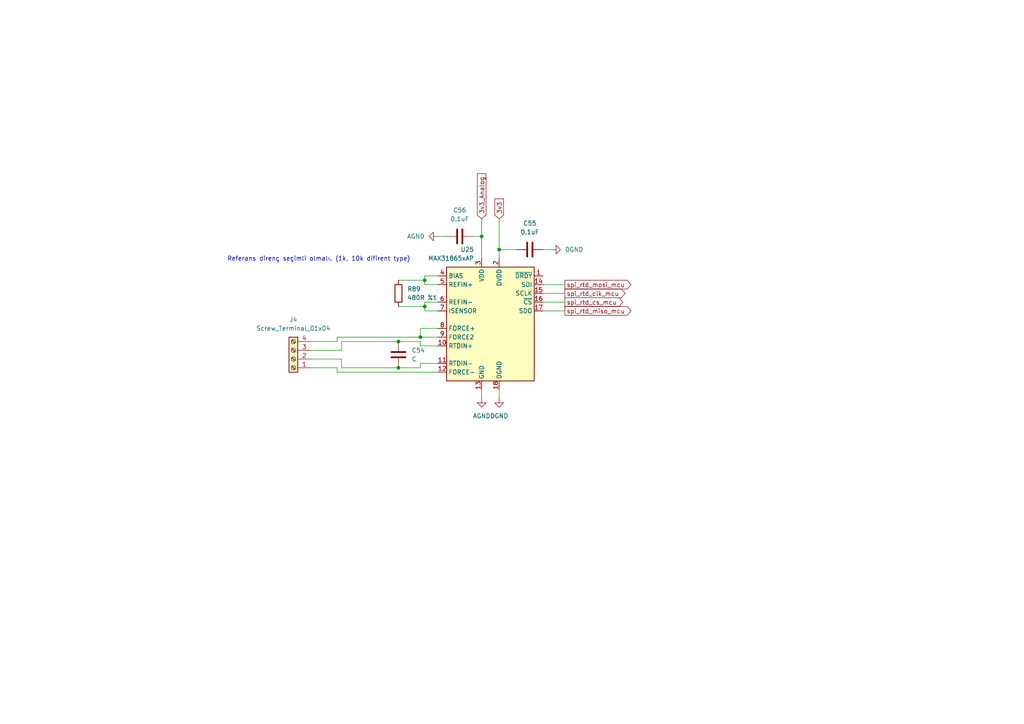
<source format=kicad_sch>
(kicad_sch (version 20231120) (generator "eeschema") (generator_version "8.0")
  (paper "A4")
  (lib_symbols
    (symbol "Connector:Screw_Terminal_01x04" (pin_names (offset 1.016) hide)
      (property "Reference" "J" (at 0 5.08 0))
      (property "Value" "Screw_Terminal_01x04" (at 0 -7.62 0))
      (symbol "Screw_Terminal_01x04_1_1"
        (rectangle (start -1.27 3.81) (end 1.27 -6.35) (stroke (width 0.254)) (fill (type background)))
        (circle (center 0 -5.08) (radius 0.635) (stroke (width 0.1524)))
        (circle (center 0 -2.54) (radius 0.635) (stroke (width 0.1524)))
        (polyline (pts (xy -0.5334 -4.7498) (xy 0.3302 -5.588)) (stroke (width 0.1524)))
        (polyline (pts (xy -0.5334 -2.2098) (xy 0.3302 -3.048)) (stroke (width 0.1524)))
        (polyline (pts (xy -0.5334 0.3302) (xy 0.3302 -0.508)) (stroke (width 0.1524)))
        (polyline (pts (xy -0.5334 2.8702) (xy 0.3302 2.032)) (stroke (width 0.1524)))
        (polyline (pts (xy -0.3556 -4.572) (xy 0.508 -5.4102)) (stroke (width 0.1524)))
        (polyline (pts (xy -0.3556 -2.032) (xy 0.508 -2.8702)) (stroke (width 0.1524)))
        (polyline (pts (xy -0.3556 0.508) (xy 0.508 -0.3302)) (stroke (width 0.1524)))
        (polyline (pts (xy -0.3556 3.048) (xy 0.508 2.2098)) (stroke (width 0.1524)))
        (circle (center 0 0) (radius 0.635) (stroke (width 0.1524)))
        (circle (center 0 2.54) (radius 0.635) (stroke (width 0.1524)))
        (pin passive line (at -5.08 2.54 0) (length 3.81) (name "Pin_1") (number "1"))
        (pin passive line (at -5.08 0 0) (length 3.81) (name "Pin_2") (number "2"))
        (pin passive line (at -5.08 -2.54 0) (length 3.81) (name "Pin_3") (number "3"))
        (pin passive line (at -5.08 -5.08 0) (length 3.81) (name "Pin_4") (number "4"))
      )
    )
    (symbol "Device:C" (pin_numbers hide) (pin_names (offset 0.254))
      (property "Reference" "C" (at 0.635 2.54 0))
      (property "Value" "C" (at 0.635 -2.54 0))
      (symbol "C_0_1"
        (polyline (pts (xy -2.032 -0.762) (xy 2.032 -0.762)) (stroke (width 0.508)))
        (polyline (pts (xy -2.032 0.762) (xy 2.032 0.762)) (stroke (width 0.508)))
      )
      (symbol "C_1_1"
        (pin passive line (at 0 3.81 270) (length 2.794) (name "~") (number "1"))
        (pin passive line (at 0 -3.81 90) (length 2.794) (name "~") (number "2"))
      )
    )
    (symbol "Device:R" (pin_numbers hide) (pin_names (offset 0))
      (property "Reference" "R" (at 2.032 0 90))
      (property "Value" "R" (at 0 0 90))
      (symbol "R_0_1"
        (rectangle (start -1.016 -2.54) (end 1.016 2.54) (stroke (width 0.254)))
      )
      (symbol "R_1_1"
        (pin passive line (at 0 3.81 270) (length 1.27) (name "~") (number "1"))
        (pin passive line (at 0 -3.81 90) (length 1.27) (name "~") (number "2"))
      )
    )
    (symbol "Sensor_Temperature:MAX31865xAP"
      (property "Reference" "U" (at -11.43 19.05 0))
      (property "Value" "MAX31865xAP" (at 10.16 19.05 0))
      (symbol "MAX31865xAP_0_1"
        (rectangle (start -12.7 17.78) (end 12.7 -15.24) (stroke (width 0.254)) (fill (type background)))
      )
      (symbol "MAX31865xAP_1_1"
        (pin output line (at -15.24 15.24 0) (length 2.54) (name "~{DRDY}") (number "1"))
        (pin input line (at 15.24 -5.08 180) (length 2.54) (name "RTDIN+") (number "10"))
        (pin input line (at 15.24 -10.16 180) (length 2.54) (name "RTDIN-") (number "11"))
        (pin power_out line (at 15.24 -12.7 180) (length 2.54) (name "FORCE-") (number "12"))
        (pin power_in line (at 2.54 -17.78 90) (length 2.54) (name "GND") (number "13"))
        (pin input line (at -15.24 12.7 0) (length 2.54) (name "SDI") (number "14"))
        (pin input line (at -15.24 10.16 0) (length 2.54) (name "SCLK") (number "15"))
        (pin input line (at -15.24 7.62 0) (length 2.54) (name "~{CS}") (number "16"))
        (pin tri_state line (at -15.24 5.08 0) (length 2.54) (name "SDO") (number "17"))
        (pin power_in line (at -2.54 -17.78 90) (length 2.54) (name "DGND") (number "18"))
        (pin passive line (at 2.54 -17.78 90) (length 2.54) hide (name "GND") (number "19"))
        (pin power_in line (at -2.54 20.32 270) (length 2.54) (name "DVDD") (number "2"))
        (pin no_connect line (at -12.7 -2.54 0) (length 2.54) hide (name "NC") (number "20"))
        (pin power_in line (at 2.54 20.32 270) (length 2.54) (name "VDD") (number "3"))
        (pin power_out line (at 15.24 15.24 180) (length 2.54) (name "BIAS") (number "4"))
        (pin input line (at 15.24 12.7 180) (length 2.54) (name "REFIN+") (number "5"))
        (pin input line (at 15.24 7.62 180) (length 2.54) (name "REFIN-") (number "6"))
        (pin passive line (at 15.24 5.08 180) (length 2.54) (name "ISENSOR") (number "7"))
        (pin passive line (at 15.24 0 180) (length 2.54) (name "FORCE+") (number "8"))
        (pin input line (at 15.24 -2.54 180) (length 2.54) (name "FORCE2") (number "9"))
      )
    )
    (symbol "power:GND" (power) (pin_numbers hide) (pin_names (offset 0) hide)
      (property "Value" "GND" (at 0 -3.81 0))
      (symbol "GND_0_1"
        (polyline (pts (xy 0 0) (xy 0 -1.27) (xy 1.27 -1.27) (xy 0 -2.54) (xy -1.27 -1.27) (xy 0 -1.27)))
      )
      (symbol "GND_1_1"
        (pin power_in line (at 0 0 270) (length 0) (name "~") (number "1"))
      )
    )
  )
  (junction (at 123.19 81.28))
  (junction (at 115.57 99.06))
  (junction (at 144.78 72.39))
  (junction (at 115.57 106.68))
  (junction (at 139.7 68.58))
  (junction (at 121.92 97.79))
  (junction (at 123.19 88.9))
  (wire (pts (xy 123.19 87.63) (xy 127 87.63)))
  (wire (pts (xy 99.06 101.6) (xy 99.06 99.06)))
  (wire (pts (xy 121.92 105.41) (xy 121.92 106.68)))
  (wire (pts (xy 157.48 87.63) (xy 163.83 87.63)))
  (wire (pts (xy 144.78 72.39) (xy 144.78 74.93)))
  (wire (pts (xy 121.92 97.79) (xy 127 97.79)))
  (wire (pts (xy 157.48 85.09) (xy 163.83 85.09)))
  (wire (pts (xy 157.48 82.55) (xy 163.83 82.55)))
  (wire (pts (xy 127 90.17) (xy 123.19 90.17)))
  (wire (pts (xy 97.79 106.68) (xy 97.79 107.95)))
  (wire (pts (xy 144.78 72.39) (xy 149.86 72.39)))
  (wire (pts (xy 157.48 72.39) (xy 160.02 72.39)))
  (wire (pts (xy 90.17 106.68) (xy 97.79 106.68)))
  (wire (pts (xy 127 68.58) (xy 129.54 68.58)))
  (wire (pts (xy 127 100.33) (xy 121.92 100.33)))
  (wire (pts (xy 99.06 99.06) (xy 115.57 99.06)))
  (wire (pts (xy 99.06 104.14) (xy 90.17 104.14)))
  (wire (pts (xy 127 82.55) (xy 123.19 82.55)))
  (wire (pts (xy 121.92 95.25) (xy 121.92 97.79)))
  (wire (pts (xy 97.79 97.79) (xy 121.92 97.79)))
  (wire (pts (xy 157.48 90.17) (xy 163.83 90.17)))
  (wire (pts (xy 137.16 68.58) (xy 139.7 68.58)))
  (wire (pts (xy 121.92 100.33) (xy 121.92 99.06)))
  (wire (pts (xy 139.7 68.58) (xy 139.7 74.93)))
  (wire (pts (xy 90.17 101.6) (xy 99.06 101.6)))
  (wire (pts (xy 97.79 107.95) (xy 127 107.95)))
  (wire (pts (xy 123.19 82.55) (xy 123.19 81.28)))
  (wire (pts (xy 127 105.41) (xy 121.92 105.41)))
  (wire (pts (xy 121.92 99.06) (xy 115.57 99.06)))
  (wire (pts (xy 123.19 81.28) (xy 115.57 81.28)))
  (wire (pts (xy 144.78 63.5) (xy 144.78 72.39)))
  (wire (pts (xy 139.7 63.5) (xy 139.7 68.58)))
  (wire (pts (xy 139.7 113.03) (xy 139.7 115.57)))
  (wire (pts (xy 115.57 88.9) (xy 123.19 88.9)))
  (wire (pts (xy 123.19 80.01) (xy 123.19 81.28)))
  (wire (pts (xy 123.19 88.9) (xy 123.19 87.63)))
  (wire (pts (xy 90.17 99.06) (xy 97.79 99.06)))
  (wire (pts (xy 127 95.25) (xy 121.92 95.25)))
  (wire (pts (xy 127 80.01) (xy 123.19 80.01)))
  (wire (pts (xy 99.06 106.68) (xy 115.57 106.68)))
  (wire (pts (xy 99.06 106.68) (xy 99.06 104.14)))
  (wire (pts (xy 121.92 106.68) (xy 115.57 106.68)))
  (wire (pts (xy 97.79 99.06) (xy 97.79 97.79)))
  (wire (pts (xy 144.78 113.03) (xy 144.78 115.57)))
  (wire (pts (xy 123.19 90.17) (xy 123.19 88.9)))
  (text "Referans direnç seçimli olmalı. (1k, 10k difirent type)" (at 92.456 75.184 0) (effects (font (size 1.27 1.27))))
  (global_label "spi_rtd_miso_mcu" (shape output) (at 163.83 90.17 0) (property "Intersheetrefs" "${INTERSHEET_REFS}" (effects (hide yes))))
  (global_label "spi_rtd_clk_mcu" (shape output) (at 163.83 85.09 0) (property "Intersheetrefs" "${INTERSHEET_REFS}" (effects (hide yes))))
  (global_label "spi_rtd_mosi_mcu" (shape output) (at 163.83 82.55 0) (property "Intersheetrefs" "${INTERSHEET_REFS}" (effects (hide yes))))
  (global_label "3v3_Analog" (shape input) (at 139.7 63.5 90) (property "Intersheetrefs" "${INTERSHEET_REFS}" (effects (hide yes))))
  (global_label "spi_rtd_cs_mcu" (shape output) (at 163.83 87.63 0) (property "Intersheetrefs" "${INTERSHEET_REFS}" (effects (hide yes))))
  (global_label "3v3" (shape input) (at 144.78 63.5 90) (property "Intersheetrefs" "${INTERSHEET_REFS}" (effects (hide yes))))
  (symbol (lib_id "Connector:Screw_Terminal_01x04") (at 85.09 104.14 180) (unit 1)
    (property "Reference" "J4" (at 85.09 92.71 0))
    (property "Value" "Screw_Terminal_01x04" (at 85.09 95.25 0))
    (property "Description" "Generic screw terminal, single row, 01x04, script generated (kicad-library-utils/schlib/autogen/connector/)" (effects (hide yes)))
  )
  (symbol (lib_id "Device:C") (at 57.15 -30.48 0) (unit 1)
    (property "Reference" "C53" (at 60.96 -31.7501 0) (effects (justify left)))
    (property "Value" "C" (at 60.96 -29.2101 0) (effects (justify left)))
    (property "Description" "Unpolarized capacitor" (effects (hide yes)))
  )
  (symbol (lib_id "power:GND") (at 127 68.58 270) (unit 1)
    (property "Reference" "#PWR077" (effects (hide yes)))
    (property "Value" "AGND" (at 123.19 68.5799 90) (effects (justify right)))
    (property "Description" "Power symbol creates a global label with name \"GND\" , ground" (effects (hide yes)))
  )
  (symbol (lib_id "power:GND") (at 139.7 115.57 0) (unit 1)
    (property "Reference" "#PWR074" (effects (hide yes)))
    (property "Value" "AGND" (at 139.7 120.65 0))
    (property "Description" "Power symbol creates a global label with name \"GND\" , ground" (effects (hide yes)))
  )
  (symbol (lib_id "Device:C") (at 153.67 72.39 90) (unit 1)
    (property "Reference" "C55" (at 153.67 64.77 90))
    (property "Value" "0.1uF" (at 153.67 67.31 90))
    (property "Description" "Unpolarized capacitor" (effects (hide yes)))
  )
  (symbol (lib_id "Device:C") (at 133.35 68.58 90) (unit 1)
    (property "Reference" "C56" (at 133.35 60.96 90))
    (property "Value" "0.1uF" (at 133.35 63.5 90))
    (property "Description" "Unpolarized capacitor" (effects (hide yes)))
  )
  (symbol (lib_id "Device:C") (at 115.57 102.87 0) (unit 1)
    (property "Reference" "C54" (at 119.38 101.5999 0) (effects (justify left)))
    (property "Value" "C" (at 119.38 104.1399 0) (effects (justify left)))
    (property "Description" "Unpolarized capacitor" (effects (hide yes)))
  )
  (symbol (lib_id "Sensor_Temperature:MAX31865xAP") (at 142.24 95.25 0) (mirror y) (unit 1)
    (property "Reference" "U25" (at 137.5059 72.39 0) (effects (justify left)))
    (property "Value" "MAX31865xAP" (at 137.5059 74.93 0) (effects (justify left)))
    (property "Footprint" "Package_SO:SSOP-20_5.3x7.2mm_P0.65mm" (effects (hide yes)))
    (property "Datasheet" "https://datasheets.maximintegrated.com/en/ds/MAX31865.pdf" (effects (hide yes)))
    (property "Description" "RTD-to-Digital Converter, SSOP-20" (effects (hide yes)))
  )
  (symbol (lib_id "power:GND") (at 160.02 72.39 90) (unit 1)
    (property "Reference" "#PWR076" (effects (hide yes)))
    (property "Value" "DGND" (at 163.83 72.3899 90) (effects (justify right)))
    (property "Description" "Power symbol creates a global label with name \"GND\" , ground" (effects (hide yes)))
  )
  (symbol (lib_id "power:GND") (at 144.78 115.57 0) (unit 1)
    (property "Reference" "#PWR075" (effects (hide yes)))
    (property "Value" "DGND" (at 144.78 120.65 0))
    (property "Description" "Power symbol creates a global label with name \"GND\" , ground" (effects (hide yes)))
  )
  (symbol (lib_id "Device:R") (at 115.57 85.09 0) (unit 1)
    (property "Reference" "R89" (at 118.11 83.8199 0) (effects (justify left)))
    (property "Value" "480R %1" (at 118.11 86.3599 0) (effects (justify left)))
    (property "Description" "Resistor" (effects (hide yes)))
  )
)
</source>
